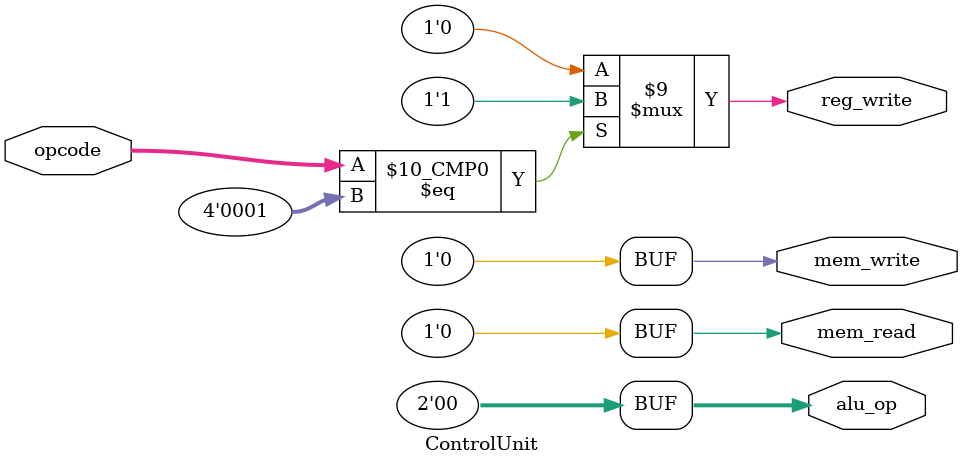
<source format=v>
module ControlUnit(opcode, reg_write, mem_read, mem_write, alu_op);
input [3:0] opcode;
output reg reg_write;
output reg mem_read;
output reg mem_write;
output reg [1:0] alu_op;

always @(*) begin 
    case (opcode)
        4'b0001: begin //add instruction
            reg_write = 1;
            mem_read = 0;
            mem_write = 0;
            alu_op = 2'b00;
        end  
        default: begin 
            reg_write = 0;
            mem_read = 0;
            mem_write = 0;
            alu_op = 2'b00;
        end 
    endcase
end 

endmodule
</source>
